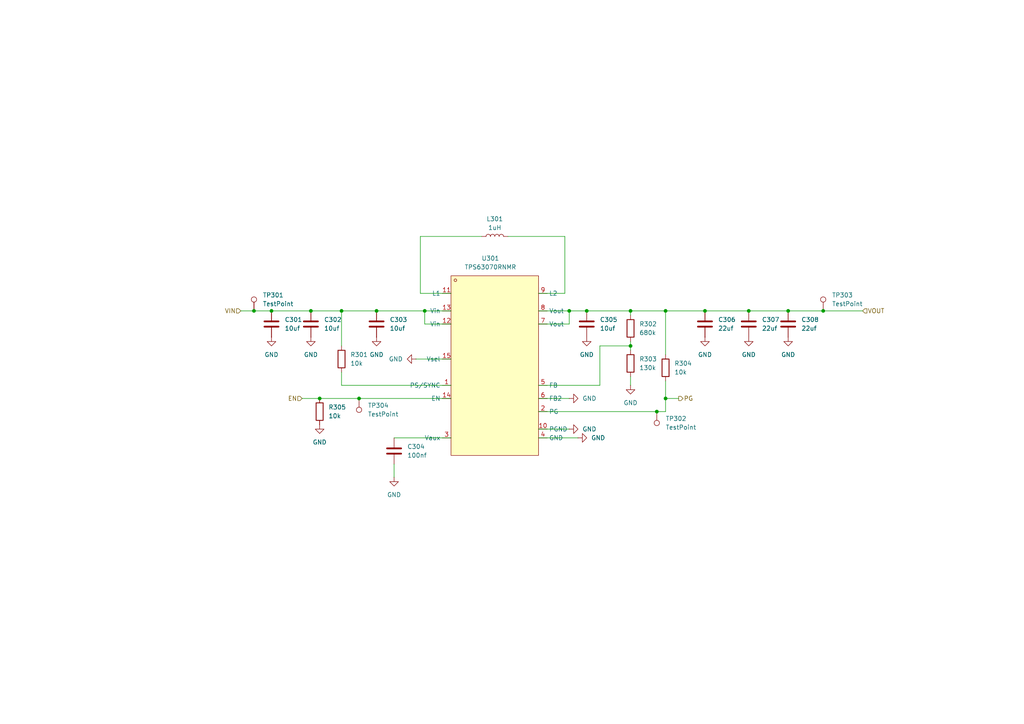
<source format=kicad_sch>
(kicad_sch (version 20231120) (generator "eeschema") (generator_version "8.0")
  (paper "A4")
  (lib_symbols
    (symbol "Connector:TestPoint" (pin_numbers hide) (pin_names (offset 0.762) hide)
      (property "Reference" "TP" (at 0 6.858 0))
      (property "Value" "TestPoint" (at 0 5.08 0))
      (symbol "TestPoint_0_1"
        (circle (center 0 3.302) (radius 0.762))
      )
      (symbol "TestPoint_1_1"
        (pin passive line (at 0 0 90) (length 2.54) (name "1") (number "1"))
      )
    )
    (symbol "Device:C" (pin_numbers hide) (pin_names (offset 0.254))
      (property "Reference" "C" (at 0.635 2.54 0))
      (property "Value" "C" (at 0.635 -2.54 0))
      (symbol "C_0_1"
        (polyline (pts (xy -2.032 -0.762) (xy 2.032 -0.762)) (stroke (width 0.508)))
        (polyline (pts (xy -2.032 0.762) (xy 2.032 0.762)) (stroke (width 0.508)))
      )
      (symbol "C_1_1"
        (pin passive line (at 0 3.81 270) (length 2.794) (name "~") (number "1"))
        (pin passive line (at 0 -3.81 90) (length 2.794) (name "~") (number "2"))
      )
    )
    (symbol "Device:L" (pin_numbers hide) (pin_names (offset 1.016) hide)
      (property "Reference" "L" (at -1.27 0 90))
      (property "Value" "L" (at 1.905 0 90))
      (symbol "L_0_1"
        (arc (start 0 -2.54) (mid 0.6323 -1.905) (end 0 -1.27))
        (arc (start 0 -1.27) (mid 0.6323 -0.635) (end 0 0))
        (arc (start 0 0) (mid 0.6323 0.635) (end 0 1.27))
        (arc (start 0 1.27) (mid 0.6323 1.905) (end 0 2.54))
      )
      (symbol "L_1_1"
        (pin passive line (at 0 3.81 270) (length 1.27) (name "1") (number "1"))
        (pin passive line (at 0 -3.81 90) (length 1.27) (name "2") (number "2"))
      )
    )
    (symbol "Device:R" (pin_numbers hide) (pin_names (offset 0))
      (property "Reference" "R" (at 2.032 0 90))
      (property "Value" "R" (at 0 0 90))
      (symbol "R_0_1"
        (rectangle (start -1.016 -2.54) (end 1.016 2.54) (stroke (width 0.254)))
      )
      (symbol "R_1_1"
        (pin passive line (at 0 3.81 270) (length 1.27) (name "~") (number "1"))
        (pin passive line (at 0 -3.81 90) (length 1.27) (name "~") (number "2"))
      )
    )
    (symbol "easyeda2kicad:TPS63070RNMR"
      (property "Reference" "U" (at 0 15.748 0))
      (property "Value" "TPS63070RNMR" (at 0.254 12.954 0))
      (symbol "TPS63070RNMR_0_1"
        (rectangle (start -11.43 11.43) (end 13.97 -40.64) (fill (type background)))
        (circle (center -10.16 10.16) (radius 0.38))
        (pin input line (at -11.43 -20.32 180) (length 2.54) (name "PS/SYNC") (number "1"))
        (pin input line (at -11.43 -24.13 180) (length 2.54) (name "EN") (number "14"))
        (pin input line (at -11.43 -12.7 180) (length 2.54) (name "Vsel") (number "15"))
        (pin passive line (at -11.43 -35.56 180) (length 2.54) (name "Vaux") (number "3"))
        (pin power_in line (at 13.97 -35.56 0) (length 2.54) (name "GND") (number "4"))
      )
      (symbol "TPS63070RNMR_1_1"
        (pin power_in line (at 13.97 -33.02 0) (length 2.54) (name "PGND") (number "10"))
        (pin passive line (at -11.43 6.35 180) (length 2.54) (name "L1") (number "11"))
        (pin power_in line (at -11.43 -2.54 180) (length 2.54) (name "Vin") (number "12"))
        (pin power_in line (at -11.43 1.27 180) (length 2.54) (name "Vin") (number "13"))
        (pin open_collector line (at 13.97 -27.94 0) (length 2.54) (name "PG") (number "2"))
        (pin input line (at 13.97 -20.32 0) (length 2.54) (name "FB") (number "5"))
        (pin input line (at 13.97 -24.13 0) (length 2.54) (name "FB2") (number "6"))
        (pin power_out line (at 13.97 -2.54 0) (length 2.54) (name "Vout") (number "7"))
        (pin power_out line (at 13.97 1.27 0) (length 2.54) (name "Vout") (number "8"))
        (pin passive line (at 13.97 6.35 0) (length 2.54) (name "L2") (number "9"))
      )
    )
    (symbol "power:GND" (power) (pin_numbers hide) (pin_names (offset 0) hide)
      (property "Value" "GND" (at 0 -3.81 0))
      (symbol "GND_0_1"
        (polyline (pts (xy 0 0) (xy 0 -1.27) (xy 1.27 -1.27) (xy 0 -2.54) (xy -1.27 -1.27) (xy 0 -1.27)))
      )
      (symbol "GND_1_1"
        (pin power_in line (at 0 0 270) (length 0) (name "~") (number "1"))
      )
    )
  )
  (junction (at 228.6 90.17))
  (junction (at 190.5 119.38))
  (junction (at 182.88 90.17))
  (junction (at 123.19 90.17))
  (junction (at 92.71 115.57))
  (junction (at 204.47 90.17))
  (junction (at 193.04 115.57))
  (junction (at 90.17 90.17))
  (junction (at 73.66 90.17))
  (junction (at 104.14 115.57))
  (junction (at 217.17 90.17))
  (junction (at 78.74 90.17))
  (junction (at 193.04 90.17))
  (junction (at 165.1 90.17))
  (junction (at 99.06 90.17))
  (junction (at 109.22 90.17))
  (junction (at 238.76 90.17))
  (junction (at 170.18 90.17))
  (junction (at 182.88 100.33))
  (wire (pts (xy 147.32 68.58) (xy 163.83 68.58)))
  (wire (pts (xy 165.1 90.17) (xy 170.18 90.17)))
  (wire (pts (xy 193.04 90.17) (xy 204.47 90.17)))
  (wire (pts (xy 123.19 90.17) (xy 130.81 90.17)))
  (wire (pts (xy 121.92 85.09) (xy 130.81 85.09)))
  (wire (pts (xy 123.19 90.17) (xy 123.19 93.98)))
  (wire (pts (xy 73.66 90.17) (xy 78.74 90.17)))
  (wire (pts (xy 120.65 104.14) (xy 130.81 104.14)))
  (wire (pts (xy 69.85 90.17) (xy 73.66 90.17)))
  (wire (pts (xy 156.21 90.17) (xy 165.1 90.17)))
  (wire (pts (xy 217.17 90.17) (xy 228.6 90.17)))
  (wire (pts (xy 99.06 90.17) (xy 99.06 100.33)))
  (wire (pts (xy 109.22 90.17) (xy 123.19 90.17)))
  (wire (pts (xy 130.81 115.57) (xy 104.14 115.57)))
  (wire (pts (xy 156.21 127) (xy 167.64 127)))
  (wire (pts (xy 193.04 115.57) (xy 193.04 119.38)))
  (wire (pts (xy 228.6 90.17) (xy 238.76 90.17)))
  (wire (pts (xy 193.04 119.38) (xy 190.5 119.38)))
  (wire (pts (xy 182.88 100.33) (xy 182.88 99.06)))
  (wire (pts (xy 173.99 100.33) (xy 173.99 111.76)))
  (wire (pts (xy 156.21 115.57) (xy 165.1 115.57)))
  (wire (pts (xy 156.21 85.09) (xy 163.83 85.09)))
  (wire (pts (xy 196.85 115.57) (xy 193.04 115.57)))
  (wire (pts (xy 204.47 90.17) (xy 217.17 90.17)))
  (wire (pts (xy 170.18 90.17) (xy 182.88 90.17)))
  (wire (pts (xy 99.06 111.76) (xy 130.81 111.76)))
  (wire (pts (xy 121.92 68.58) (xy 121.92 85.09)))
  (wire (pts (xy 190.5 119.38) (xy 156.21 119.38)))
  (wire (pts (xy 163.83 85.09) (xy 163.83 68.58)))
  (wire (pts (xy 193.04 90.17) (xy 193.04 102.87)))
  (wire (pts (xy 193.04 110.49) (xy 193.04 115.57)))
  (wire (pts (xy 182.88 100.33) (xy 173.99 100.33)))
  (wire (pts (xy 156.21 93.98) (xy 165.1 93.98)))
  (wire (pts (xy 104.14 115.57) (xy 92.71 115.57)))
  (wire (pts (xy 182.88 101.6) (xy 182.88 100.33)))
  (wire (pts (xy 182.88 90.17) (xy 193.04 90.17)))
  (wire (pts (xy 130.81 93.98) (xy 123.19 93.98)))
  (wire (pts (xy 90.17 90.17) (xy 99.06 90.17)))
  (wire (pts (xy 114.3 127) (xy 130.81 127)))
  (wire (pts (xy 92.71 115.57) (xy 87.63 115.57)))
  (wire (pts (xy 182.88 111.76) (xy 182.88 109.22)))
  (wire (pts (xy 182.88 91.44) (xy 182.88 90.17)))
  (wire (pts (xy 156.21 111.76) (xy 173.99 111.76)))
  (wire (pts (xy 114.3 134.62) (xy 114.3 138.43)))
  (wire (pts (xy 139.7 68.58) (xy 121.92 68.58)))
  (wire (pts (xy 156.21 124.46) (xy 165.1 124.46)))
  (wire (pts (xy 99.06 107.95) (xy 99.06 111.76)))
  (wire (pts (xy 99.06 90.17) (xy 109.22 90.17)))
  (wire (pts (xy 165.1 90.17) (xy 165.1 93.98)))
  (wire (pts (xy 78.74 90.17) (xy 90.17 90.17)))
  (wire (pts (xy 238.76 90.17) (xy 250.19 90.17)))
  (hierarchical_label "EN" (shape input) (at 87.63 115.57 180))
  (hierarchical_label "VOUT" (shape input) (at 250.19 90.17 0))
  (hierarchical_label "VIN" (shape input) (at 69.85 90.17 180))
  (hierarchical_label "PG" (shape output) (at 196.85 115.57 0))
  (symbol (lib_id "Device:R") (at 182.88 105.41 0) (unit 1)
    (property "Reference" "R303" (at 185.42 104.1399 0) (effects (justify left)))
    (property "Value" "130k" (at 185.42 106.6799 0) (effects (justify left)))
    (property "Footprint" "Resistor_SMD:R_0603_1608Metric" (effects (hide yes)))
    (property "Description" "Resistor" (effects (hide yes)))
  )
  (symbol (lib_id "power:GND") (at 78.74 97.79 0) (unit 1)
    (property "Reference" "#PWR0301" (effects (hide yes)))
    (property "Value" "GND" (at 78.74 102.87 0))
    (property "Description" "Power symbol creates a global label with name \"GND\" , ground" (effects (hide yes)))
  )
  (symbol (lib_id "power:GND") (at 167.64 127 90) (unit 1)
    (property "Reference" "#PWR0308" (effects (hide yes)))
    (property "Value" "GND" (at 171.45 126.9999 90) (effects (justify right)))
    (property "Description" "Power symbol creates a global label with name \"GND\" , ground" (effects (hide yes)))
  )
  (symbol (lib_id "Device:R") (at 193.04 106.68 0) (unit 1)
    (property "Reference" "R304" (at 195.58 105.4099 0) (effects (justify left)))
    (property "Value" "10k" (at 195.58 107.9499 0) (effects (justify left)))
    (property "Footprint" "Resistor_SMD:R_0603_1608Metric" (effects (hide yes)))
    (property "Description" "Resistor" (effects (hide yes)))
  )
  (symbol (lib_id "power:GND") (at 182.88 111.76 0) (unit 1)
    (property "Reference" "#PWR0310" (effects (hide yes)))
    (property "Value" "GND" (at 182.88 116.84 0))
    (property "Description" "Power symbol creates a global label with name \"GND\" , ground" (effects (hide yes)))
  )
  (symbol (lib_id "easyeda2kicad:TPS63070RNMR") (at 142.24 91.44 0) (unit 1)
    (property "Reference" "U301" (at 142.24 74.93 0))
    (property "Value" "TPS63070RNMR" (at 142.24 77.47 0))
    (property "Footprint" "easyeda2kicad:VQFN-HR-15_L3.0-W2.5-P0.50-BL_TPS63070RNMR" (effects (hide yes)))
    (property "Datasheet" "https://lcsc.com/product-detail/DC-DC-Converters_TI_TPS63070RNMR_TPS63070RNMR_C109322.html" (effects (hide yes)))
    (property "LCSC Part" "C109322" (effects (hide yes)))
  )
  (symbol (lib_id "Connector:TestPoint") (at 238.76 90.17 0) (unit 1) (in_bom no)
    (property "Reference" "TP303" (at 241.3 85.5979 0) (effects (justify left)))
    (property "Value" "TestPoint" (at 241.3 88.1379 0) (effects (justify left)))
    (property "Footprint" "Connector_Pin:Pin_D1.0mm_L10.0mm" (effects (hide yes)))
    (property "Description" "test point" (effects (hide yes)))
  )
  (symbol (lib_id "Device:R") (at 92.71 119.38 0) (unit 1)
    (property "Reference" "R305" (at 95.25 118.1099 0) (effects (justify left)))
    (property "Value" "10k" (at 95.25 120.6499 0) (effects (justify left)))
    (property "Footprint" "Resistor_SMD:R_0603_1608Metric" (effects (hide yes)))
    (property "Description" "Resistor" (effects (hide yes)))
  )
  (symbol (lib_id "Device:L") (at 143.51 68.58 90) (unit 1)
    (property "Reference" "L301" (at 143.51 63.5 90))
    (property "Value" "1uH" (at 143.51 66.04 90))
    (property "Footprint" "Inductor_SMD:L_Coilcraft_XAL4020-XXX" (effects (hide yes)))
    (property "Description" "Inductor" (effects (hide yes)))
    (property "LCSC Part" "C4555951" (effects (hide yes)))
  )
  (symbol (lib_id "Device:C") (at 90.17 93.98 0) (unit 1)
    (property "Reference" "C302" (at 93.98 92.7099 0) (effects (justify left)))
    (property "Value" "10uf" (at 93.98 95.2499 0) (effects (justify left)))
    (property "Footprint" "Capacitor_SMD:C_0805_2012Metric" (effects (hide yes)))
    (property "Description" "Unpolarized capacitor" (effects (hide yes)))
  )
  (symbol (lib_id "power:GND") (at 204.47 97.79 0) (unit 1)
    (property "Reference" "#PWR0311" (effects (hide yes)))
    (property "Value" "GND" (at 204.47 102.87 0))
    (property "Description" "Power symbol creates a global label with name \"GND\" , ground" (effects (hide yes)))
  )
  (symbol (lib_id "Device:R") (at 182.88 95.25 0) (unit 1)
    (property "Reference" "R302" (at 185.42 93.9799 0) (effects (justify left)))
    (property "Value" "680k" (at 185.42 96.5199 0) (effects (justify left)))
    (property "Footprint" "Resistor_SMD:R_0603_1608Metric" (effects (hide yes)))
    (property "Description" "Resistor" (effects (hide yes)))
  )
  (symbol (lib_id "Device:C") (at 228.6 93.98 0) (unit 1)
    (property "Reference" "C308" (at 232.41 92.7099 0) (effects (justify left)))
    (property "Value" "22uf" (at 232.41 95.2499 0) (effects (justify left)))
    (property "Footprint" "Capacitor_SMD:C_0805_2012Metric" (effects (hide yes)))
    (property "Description" "Unpolarized capacitor" (effects (hide yes)))
  )
  (symbol (lib_id "Device:C") (at 170.18 93.98 0) (unit 1)
    (property "Reference" "C305" (at 173.99 92.7099 0) (effects (justify left)))
    (property "Value" "10uf" (at 173.99 95.2499 0) (effects (justify left)))
    (property "Footprint" "Capacitor_SMD:C_0603_1608Metric" (effects (hide yes)))
    (property "Description" "Unpolarized capacitor" (effects (hide yes)))
  )
  (symbol (lib_id "power:GND") (at 92.71 123.19 0) (unit 1)
    (property "Reference" "#PWR0314" (effects (hide yes)))
    (property "Value" "GND" (at 92.71 128.27 0))
    (property "Description" "Power symbol creates a global label with name \"GND\" , ground" (effects (hide yes)))
  )
  (symbol (lib_id "Device:C") (at 217.17 93.98 0) (unit 1)
    (property "Reference" "C307" (at 220.98 92.7099 0) (effects (justify left)))
    (property "Value" "22uf" (at 220.98 95.2499 0) (effects (justify left)))
    (property "Footprint" "Capacitor_SMD:C_0805_2012Metric" (effects (hide yes)))
    (property "Description" "Unpolarized capacitor" (effects (hide yes)))
  )
  (symbol (lib_id "power:GND") (at 109.22 97.79 0) (unit 1)
    (property "Reference" "#PWR0303" (effects (hide yes)))
    (property "Value" "GND" (at 109.22 102.87 0))
    (property "Description" "Power symbol creates a global label with name \"GND\" , ground" (effects (hide yes)))
  )
  (symbol (lib_id "Connector:TestPoint") (at 190.5 119.38 180) (unit 1) (in_bom no)
    (property "Reference" "TP302" (at 193.04 121.4119 0) (effects (justify right)))
    (property "Value" "TestPoint" (at 193.04 123.9519 0) (effects (justify right)))
    (property "Footprint" "Connector_Pin:Pin_D1.0mm_L10.0mm" (effects (hide yes)))
    (property "Description" "test point" (effects (hide yes)))
  )
  (symbol (lib_id "Device:C") (at 78.74 93.98 0) (unit 1)
    (property "Reference" "C301" (at 82.55 92.7099 0) (effects (justify left)))
    (property "Value" "10uf" (at 82.55 95.2499 0) (effects (justify left)))
    (property "Footprint" "Capacitor_SMD:C_0805_2012Metric" (effects (hide yes)))
    (property "Description" "Unpolarized capacitor" (effects (hide yes)))
  )
  (symbol (lib_id "Device:C") (at 109.22 93.98 0) (unit 1)
    (property "Reference" "C303" (at 113.03 92.7099 0) (effects (justify left)))
    (property "Value" "10uf" (at 113.03 95.2499 0) (effects (justify left)))
    (property "Footprint" "Capacitor_SMD:C_0603_1608Metric" (effects (hide yes)))
    (property "Description" "Unpolarized capacitor" (effects (hide yes)))
  )
  (symbol (lib_id "power:GND") (at 120.65 104.14 270) (unit 1)
    (property "Reference" "#PWR0305" (effects (hide yes)))
    (property "Value" "GND" (at 116.84 104.1399 90) (effects (justify right)))
    (property "Description" "Power symbol creates a global label with name \"GND\" , ground" (effects (hide yes)))
  )
  (symbol (lib_id "Connector:TestPoint") (at 104.14 115.57 180) (unit 1) (in_bom no)
    (property "Reference" "TP304" (at 106.68 117.6019 0) (effects (justify right)))
    (property "Value" "TestPoint" (at 106.68 120.1419 0) (effects (justify right)))
    (property "Footprint" "Connector_Pin:Pin_D1.0mm_L10.0mm" (effects (hide yes)))
    (property "Description" "test point" (effects (hide yes)))
  )
  (symbol (lib_id "power:GND") (at 90.17 97.79 0) (unit 1)
    (property "Reference" "#PWR0302" (effects (hide yes)))
    (property "Value" "GND" (at 90.17 102.87 0))
    (property "Description" "Power symbol creates a global label with name \"GND\" , ground" (effects (hide yes)))
  )
  (symbol (lib_id "power:GND") (at 165.1 124.46 90) (unit 1)
    (property "Reference" "#PWR0307" (effects (hide yes)))
    (property "Value" "GND" (at 168.91 124.4599 90) (effects (justify right)))
    (property "Description" "Power symbol creates a global label with name \"GND\" , ground" (effects (hide yes)))
  )
  (symbol (lib_id "power:GND") (at 165.1 115.57 90) (unit 1)
    (property "Reference" "#PWR0306" (effects (hide yes)))
    (property "Value" "GND" (at 168.91 115.5699 90) (effects (justify right)))
    (property "Description" "Power symbol creates a global label with name \"GND\" , ground" (effects (hide yes)))
  )
  (symbol (lib_id "power:GND") (at 170.18 97.79 0) (unit 1)
    (property "Reference" "#PWR0309" (effects (hide yes)))
    (property "Value" "GND" (at 170.18 102.87 0))
    (property "Description" "Power symbol creates a global label with name \"GND\" , ground" (effects (hide yes)))
  )
  (symbol (lib_id "Device:C") (at 114.3 130.81 0) (unit 1)
    (property "Reference" "C304" (at 118.11 129.5399 0) (effects (justify left)))
    (property "Value" "100nf" (at 118.11 132.0799 0) (effects (justify left)))
    (property "Footprint" "Capacitor_SMD:C_0603_1608Metric" (effects (hide yes)))
    (property "Description" "Unpolarized capacitor" (effects (hide yes)))
  )
  (symbol (lib_id "Device:C") (at 204.47 93.98 0) (unit 1)
    (property "Reference" "C306" (at 208.28 92.7099 0) (effects (justify left)))
    (property "Value" "22uf" (at 208.28 95.2499 0) (effects (justify left)))
    (property "Footprint" "Capacitor_SMD:C_0805_2012Metric" (effects (hide yes)))
    (property "Description" "Unpolarized capacitor" (effects (hide yes)))
  )
  (symbol (lib_id "Connector:TestPoint") (at 73.66 90.17 0) (unit 1) (in_bom no)
    (property "Reference" "TP301" (at 76.2 85.5979 0) (effects (justify left)))
    (property "Value" "TestPoint" (at 76.2 88.1379 0) (effects (justify left)))
    (property "Footprint" "Connector_Pin:Pin_D1.0mm_L10.0mm" (effects (hide yes)))
    (property "Description" "test point" (effects (hide yes)))
  )
  (symbol (lib_id "Device:R") (at 99.06 104.14 0) (unit 1)
    (property "Reference" "R301" (at 101.6 102.8699 0) (effects (justify left)))
    (property "Value" "10k" (at 101.6 105.4099 0) (effects (justify left)))
    (property "Footprint" "Resistor_SMD:R_0603_1608Metric" (effects (hide yes)))
    (property "Description" "Resistor" (effects (hide yes)))
  )
  (symbol (lib_id "power:GND") (at 114.3 138.43 0) (unit 1)
    (property "Reference" "#PWR0304" (effects (hide yes)))
    (property "Value" "GND" (at 114.3 143.51 0))
    (property "Description" "Power symbol creates a global label with name \"GND\" , ground" (effects (hide yes)))
  )
  (symbol (lib_id "power:GND") (at 228.6 97.79 0) (unit 1)
    (property "Reference" "#PWR0313" (effects (hide yes)))
    (property "Value" "GND" (at 228.6 102.87 0))
    (property "Description" "Power symbol creates a global label with name \"GND\" , ground" (effects (hide yes)))
  )
  (symbol (lib_id "power:GND") (at 217.17 97.79 0) (unit 1)
    (property "Reference" "#PWR0312" (effects (hide yes)))
    (property "Value" "GND" (at 217.17 102.87 0))
    (property "Description" "Power symbol creates a global label with name \"GND\" , ground" (effects (hide yes)))
  )
)
</source>
